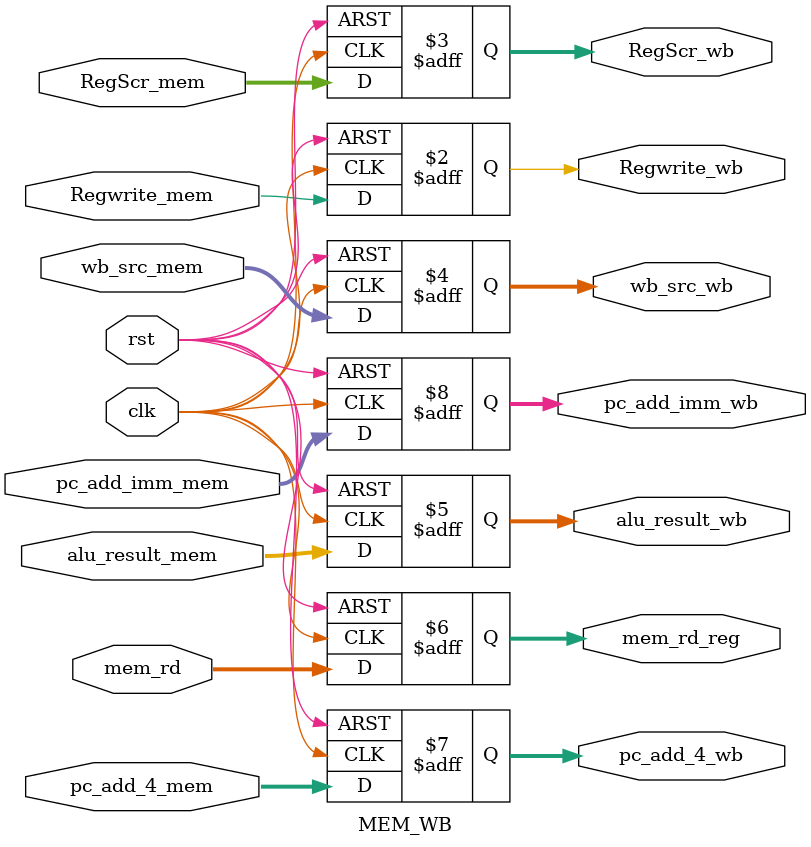
<source format=v>
`timescale 1ns / 1ps

module MEM_WB(
    input clk, rst, Regwrite_mem,
    input[1 : 0] RegScr_mem,
    input[4 : 0] wb_src_mem,
    input[31 : 0] alu_result_mem, mem_rd, pc_add_4_mem, pc_add_imm_mem,
    output reg Regwrite_wb,
    output reg[1 : 0] RegScr_wb,
    output reg[4 : 0] wb_src_wb,
    output reg[31 : 0] alu_result_wb, mem_rd_reg, pc_add_4_wb, pc_add_imm_wb
);
  always @(posedge clk or posedge rst) begin
      if (rst) begin
          wb_src_wb <= 0; alu_result_wb <= 0; mem_rd_reg <= 0;
          Regwrite_wb <= 0; RegScr_wb <= 0; pc_add_4_wb <= 0;
          pc_add_imm_wb <= 0;
      end
      else begin
          wb_src_wb <= wb_src_mem; alu_result_wb <= alu_result_mem;
          mem_rd_reg <= mem_rd; Regwrite_wb <= Regwrite_mem;
          RegScr_wb <= RegScr_mem; pc_add_4_wb <= pc_add_4_mem;
          pc_add_imm_wb <= pc_add_imm_mem;
      end
  end
endmodule

</source>
